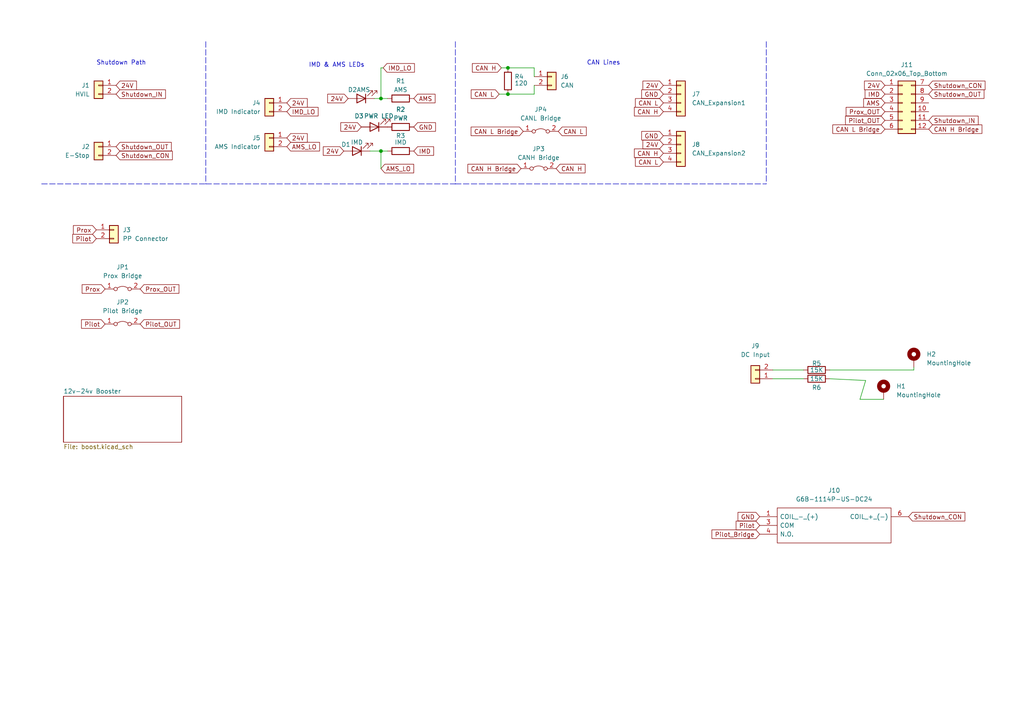
<source format=kicad_sch>
(kicad_sch (version 20211123) (generator eeschema)
  (paper "A4")
  (lib_symbols
    (symbol "Connector_Generic:Conn_01x02" (pin_names (offset 1.016) hide)
      (property "Reference" "J" (at 0 2.54 0))
      (property "Value" "Conn_01x02" (at 0 -5.08 0))
      (symbol "Conn_01x02_1_1"
        (rectangle (start -1.27 -2.413) (end 0 -2.667) (stroke (width 0.1524)))
        (rectangle (start -1.27 0.127) (end 0 -0.127) (stroke (width 0.1524)))
        (rectangle (start -1.27 1.27) (end 1.27 -3.81) (stroke (width 0.254)) (fill (type background)))
        (pin passive line (at -5.08 0 0) (length 3.81) (name "Pin_1") (number "1"))
        (pin passive line (at -5.08 -2.54 0) (length 3.81) (name "Pin_2") (number "2"))
      )
    )
    (symbol "Connector_Generic:Conn_01x04" (pin_names (offset 1.016) hide)
      (property "Reference" "J" (at 0 5.08 0))
      (property "Value" "Conn_01x04" (at 0 -7.62 0))
      (symbol "Conn_01x04_1_1"
        (rectangle (start -1.27 -4.953) (end 0 -5.207) (stroke (width 0.1524)))
        (rectangle (start -1.27 -2.413) (end 0 -2.667) (stroke (width 0.1524)))
        (rectangle (start -1.27 0.127) (end 0 -0.127) (stroke (width 0.1524)))
        (rectangle (start -1.27 2.667) (end 0 2.413) (stroke (width 0.1524)))
        (rectangle (start -1.27 3.81) (end 1.27 -6.35) (stroke (width 0.254)) (fill (type background)))
        (pin passive line (at -5.08 2.54 0) (length 3.81) (name "Pin_1") (number "1"))
        (pin passive line (at -5.08 0 0) (length 3.81) (name "Pin_2") (number "2"))
        (pin passive line (at -5.08 -2.54 0) (length 3.81) (name "Pin_3") (number "3"))
        (pin passive line (at -5.08 -5.08 0) (length 3.81) (name "Pin_4") (number "4"))
      )
    )
    (symbol "Connector_Generic:Conn_02x06_Top_Bottom" (pin_names (offset 1.016) hide)
      (property "Reference" "J" (at 1.27 7.62 0))
      (property "Value" "Conn_02x06_Top_Bottom" (at 1.27 -10.16 0))
      (symbol "Conn_02x06_Top_Bottom_1_1"
        (rectangle (start -1.27 -7.493) (end 0 -7.747) (stroke (width 0.1524)))
        (rectangle (start -1.27 -4.953) (end 0 -5.207) (stroke (width 0.1524)))
        (rectangle (start -1.27 -2.413) (end 0 -2.667) (stroke (width 0.1524)))
        (rectangle (start -1.27 0.127) (end 0 -0.127) (stroke (width 0.1524)))
        (rectangle (start -1.27 2.667) (end 0 2.413) (stroke (width 0.1524)))
        (rectangle (start -1.27 5.207) (end 0 4.953) (stroke (width 0.1524)))
        (rectangle (start -1.27 6.35) (end 3.81 -8.89) (stroke (width 0.254)) (fill (type background)))
        (rectangle (start 3.81 -7.493) (end 2.54 -7.747) (stroke (width 0.1524)))
        (rectangle (start 3.81 -4.953) (end 2.54 -5.207) (stroke (width 0.1524)))
        (rectangle (start 3.81 -2.413) (end 2.54 -2.667) (stroke (width 0.1524)))
        (rectangle (start 3.81 0.127) (end 2.54 -0.127) (stroke (width 0.1524)))
        (rectangle (start 3.81 2.667) (end 2.54 2.413) (stroke (width 0.1524)))
        (rectangle (start 3.81 5.207) (end 2.54 4.953) (stroke (width 0.1524)))
        (pin passive line (at -5.08 5.08 0) (length 3.81) (name "Pin_1") (number "1"))
        (pin passive line (at 7.62 -2.54 180) (length 3.81) (name "Pin_10") (number "10"))
        (pin passive line (at 7.62 -5.08 180) (length 3.81) (name "Pin_11") (number "11"))
        (pin passive line (at 7.62 -7.62 180) (length 3.81) (name "Pin_12") (number "12"))
        (pin passive line (at -5.08 2.54 0) (length 3.81) (name "Pin_2") (number "2"))
        (pin passive line (at -5.08 0 0) (length 3.81) (name "Pin_3") (number "3"))
        (pin passive line (at -5.08 -2.54 0) (length 3.81) (name "Pin_4") (number "4"))
        (pin passive line (at -5.08 -5.08 0) (length 3.81) (name "Pin_5") (number "5"))
        (pin passive line (at -5.08 -7.62 0) (length 3.81) (name "Pin_6") (number "6"))
        (pin passive line (at 7.62 5.08 180) (length 3.81) (name "Pin_7") (number "7"))
        (pin passive line (at 7.62 2.54 180) (length 3.81) (name "Pin_8") (number "8"))
        (pin passive line (at 7.62 0 180) (length 3.81) (name "Pin_9") (number "9"))
      )
    )
    (symbol "Custom:G6B-1114P-US-DC24" (pin_names (offset 0.762))
      (property "Reference" "J" (at 39.37 7.62 0))
      (property "Value" "G6B-1114P-US-DC24" (at 39.37 5.08 0))
      (symbol "G6B-1114P-US-DC24_0_0"
        (pin passive line (at 0 0 0) (length 5.08) (name "COIL_-_(+)") (number "1"))
        (pin passive line (at 0 -2.54 0) (length 5.08) (name "COM") (number "3"))
        (pin passive line (at 0 -5.08 0) (length 5.08) (name "N.O.") (number "4"))
        (pin passive line (at 43.18 0 180) (length 5.08) (name "COIL_+_(-)") (number "6"))
      )
      (symbol "G6B-1114P-US-DC24_0_1"
        (polyline (pts (xy 5.08 2.54) (xy 38.1 2.54) (xy 38.1 -7.62) (xy 5.08 -7.62) (xy 5.08 2.54)) (stroke (width 0.1524)))
      )
    )
    (symbol "Device:LED" (pin_numbers hide) (pin_names (offset 1.016) hide)
      (property "Reference" "D" (at 0 2.54 0))
      (property "Value" "LED" (at 0 -2.54 0))
      (symbol "LED_0_1"
        (polyline (pts (xy -1.27 -1.27) (xy -1.27 1.27)) (stroke (width 0.254)))
        (polyline (pts (xy -1.27 0) (xy 1.27 0)))
        (polyline (pts (xy 1.27 -1.27) (xy 1.27 1.27) (xy -1.27 0) (xy 1.27 -1.27)) (stroke (width 0.254)))
        (polyline (pts (xy -3.048 -0.762) (xy -4.572 -2.286) (xy -3.81 -2.286) (xy -4.572 -2.286) (xy -4.572 -1.524)))
        (polyline (pts (xy -1.778 -0.762) (xy -3.302 -2.286) (xy -2.54 -2.286) (xy -3.302 -2.286) (xy -3.302 -1.524)))
      )
      (symbol "LED_1_1"
        (pin passive line (at -3.81 0 0) (length 2.54) (name "K") (number "1"))
        (pin passive line (at 3.81 0 180) (length 2.54) (name "A") (number "2"))
      )
    )
    (symbol "Device:R" (pin_numbers hide) (pin_names (offset 0))
      (property "Reference" "R" (at 2.032 0 90))
      (property "Value" "R" (at 0 0 90))
      (symbol "R_0_1"
        (rectangle (start -1.016 -2.54) (end 1.016 2.54) (stroke (width 0.254)))
      )
      (symbol "R_1_1"
        (pin passive line (at 0 3.81 270) (length 1.27) (name "~") (number "1"))
        (pin passive line (at 0 -3.81 90) (length 1.27) (name "~") (number "2"))
      )
    )
    (symbol "Jumper:Jumper_2_Bridged" (pin_names (offset 0) hide)
      (property "Reference" "JP" (at 0 1.905 0))
      (property "Value" "Jumper_2_Bridged" (at 0 -2.54 0))
      (symbol "Jumper_2_Bridged_0_0"
        (circle (center -2.032 0) (radius 0.508))
        (circle (center 2.032 0) (radius 0.508))
      )
      (symbol "Jumper_2_Bridged_0_1"
        (arc (start 1.524 0.254) (mid 0 0.762) (end -1.524 0.254))
      )
      (symbol "Jumper_2_Bridged_1_1"
        (pin passive line (at -5.08 0 0) (length 2.54) (name "A") (number "1"))
        (pin passive line (at 5.08 0 180) (length 2.54) (name "B") (number "2"))
      )
    )
    (symbol "Mechanical:MountingHole_Pad" (pin_numbers hide) (pin_names (offset 1.016) hide)
      (property "Reference" "H" (at 0 6.35 0))
      (property "Value" "MountingHole_Pad" (at 0 4.445 0))
      (symbol "MountingHole_Pad_0_1"
        (circle (center 0 1.27) (radius 1.27) (stroke (width 1.27)))
      )
      (symbol "MountingHole_Pad_1_1"
        (pin input line (at 0 -2.54 90) (length 2.54) (name "1") (number "1"))
      )
    )
  )
  (junction (at 147.32 19.685))
  (junction (at 110.49 43.815))
  (junction (at 147.32 27.305))
  (junction (at 110.49 28.575))
  (wire (pts (xy 265.049 107.315) (xy 265.049 106.553)))
  (wire (pts (xy 256.286 115.824) (xy 249.428 115.824)))
  (wire (pts (xy 154.94 19.685) (xy 154.94 22.225)))
  (wire (pts (xy 147.32 19.685) (xy 154.94 19.685)))
  (polyline (pts (xy 12.065 53.34) (xy 59.69 53.34)))
  (wire (pts (xy 145.415 19.685) (xy 147.32 19.685)))
  (wire (pts (xy 107.315 43.815) (xy 110.49 43.815)))
  (wire (pts (xy 110.49 19.685) (xy 110.49 28.575)))
  (wire (pts (xy 249.428 115.824) (xy 251.079 110.363)))
  (wire (pts (xy 111.125 19.685) (xy 110.49 19.685)))
  (wire (pts (xy 240.665 109.855) (xy 251.079 110.363)))
  (polyline (pts (xy 59.69 12.065) (xy 59.69 53.34)))
  (wire (pts (xy 110.49 43.815) (xy 110.49 48.895)))
  (wire (pts (xy 110.49 43.815) (xy 112.395 43.815)))
  (wire (pts (xy 154.94 27.305) (xy 147.32 27.305)))
  (polyline (pts (xy 132.08 53.34) (xy 222.25 53.34)))
  (wire (pts (xy 224.155 107.315) (xy 233.045 107.315)))
  (wire (pts (xy 144.78 27.305) (xy 147.32 27.305)))
  (wire (pts (xy 108.585 28.575) (xy 110.49 28.575)))
  (wire (pts (xy 154.94 24.765) (xy 154.94 27.305)))
  (polyline (pts (xy 59.69 53.34) (xy 132.08 53.34)))
  (wire (pts (xy 224.155 109.855) (xy 233.045 109.855)))
  (wire (pts (xy 240.665 107.315) (xy 265.049 107.315)))
  (polyline (pts (xy 132.08 12.065) (xy 132.08 53.34)))
  (polyline (pts (xy 222.25 12.065) (xy 222.25 53.34)))
  (wire (pts (xy 110.49 28.575) (xy 112.395 28.575)))
  (text "CAN Lines" (at 170.18 19.05 0) (effects (font (size 1.27 1.27)) (justify left bottom)))
  (text "IMD & AMS LEDs" (at 89.535 19.685 0) (effects (font (size 1.27 1.27)) (justify left bottom)))
  (text "Shutdown Path" (at 27.94 19.05 0) (effects (font (size 1.27 1.27)) (justify left bottom)))
  (global_label "24V" (shape input) (at 83.185 29.845 0) (property "Intersheet References" "${INTERSHEET_REFS}" (effects hide)))
  (global_label "Shutdown_OUT" (shape input) (at 33.655 42.545 0) (property "Intersheet References" "${INTERSHEET_REFS}" (effects hide)))
  (global_label "CAN L" (shape input) (at 144.78 27.305 180) (property "Intersheet References" "${INTERSHEET_REFS}" (effects hide)))
  (global_label "IMD_LO" (shape input) (at 83.185 32.385 0) (property "Intersheet References" "${INTERSHEET_REFS}" (effects hide)))
  (global_label "CAN H" (shape input) (at 192.405 32.385 180) (property "Intersheet References" "${INTERSHEET_REFS}" (effects hide)))
  (global_label "Pilot_OUT" (shape input) (at 256.667 34.925 180) (property "Intersheet References" "${INTERSHEET_REFS}" (effects hide)))
  (global_label "Pilot" (shape input) (at 30.48 93.98 180) (property "Intersheet References" "${INTERSHEET_REFS}" (effects hide)))
  (global_label "CAN L" (shape input) (at 192.405 46.99 180) (property "Intersheet References" "${INTERSHEET_REFS}" (effects hide)))
  (global_label "24V" (shape input) (at 256.667 24.765 180) (property "Intersheet References" "${INTERSHEET_REFS}" (effects hide)))
  (global_label "CAN L" (shape input) (at 161.925 38.1 0) (property "Intersheet References" "${INTERSHEET_REFS}" (effects hide)))
  (global_label "CAN H" (shape input) (at 192.405 44.45 180) (property "Intersheet References" "${INTERSHEET_REFS}" (effects hide)))
  (global_label "24V" (shape input) (at 192.405 24.765 180) (property "Intersheet References" "${INTERSHEET_REFS}" (effects hide)))
  (global_label "CAN L Bridge" (shape input) (at 151.765 38.1 180) (property "Intersheet References" "${INTERSHEET_REFS}" (effects hide)))
  (global_label "CAN L Bridge" (shape input) (at 256.667 37.465 180) (property "Intersheet References" "${INTERSHEET_REFS}" (effects hide)))
  (global_label "Shutdown_CON" (shape input) (at 263.525 149.86 0) (property "Intersheet References" "${INTERSHEET_REFS}" (effects hide)))
  (global_label "GND" (shape input) (at 120.015 36.83 0) (property "Intersheet References" "${INTERSHEET_REFS}" (effects hide)))
  (global_label "CAN L" (shape input) (at 192.405 29.845 180) (property "Intersheet References" "${INTERSHEET_REFS}" (effects hide)))
  (global_label "24V" (shape input) (at 192.405 41.91 180) (property "Intersheet References" "${INTERSHEET_REFS}" (effects hide)))
  (global_label "24V" (shape input) (at 104.775 36.83 180) (property "Intersheet References" "${INTERSHEET_REFS}" (effects hide)))
  (global_label "24V" (shape input) (at 100.965 28.575 180) (property "Intersheet References" "${INTERSHEET_REFS}" (effects hide)))
  (global_label "GND" (shape input) (at 220.345 149.86 180) (property "Intersheet References" "${INTERSHEET_REFS}" (effects hide)))
  (global_label "Prox" (shape input) (at 30.48 83.82 180) (property "Intersheet References" "${INTERSHEET_REFS}" (effects hide)))
  (global_label "Shutdown_IN" (shape input) (at 33.655 27.305 0) (property "Intersheet References" "${INTERSHEET_REFS}" (effects hide)))
  (global_label "Pilot_Bridge" (shape input) (at 220.345 154.94 180) (property "Intersheet References" "${INTERSHEET_REFS}" (effects hide)))
  (global_label "IMD_LO" (shape input) (at 111.125 19.685 0) (property "Intersheet References" "${INTERSHEET_REFS}" (effects hide)))
  (global_label "AMS_LO" (shape input) (at 83.185 42.545 0) (property "Intersheet References" "${INTERSHEET_REFS}" (effects hide)))
  (global_label "Prox" (shape input) (at 27.94 66.675 180) (property "Intersheet References" "${INTERSHEET_REFS}" (effects hide)))
  (global_label "Pilot_OUT" (shape input) (at 40.64 93.98 0) (property "Intersheet References" "${INTERSHEET_REFS}" (effects hide)))
  (global_label "AMS" (shape input) (at 120.015 28.575 0) (property "Intersheet References" "${INTERSHEET_REFS}" (effects hide)))
  (global_label "IMD" (shape input) (at 256.667 27.305 180) (property "Intersheet References" "${INTERSHEET_REFS}" (effects hide)))
  (global_label "CAN H" (shape input) (at 161.29 48.895 0) (property "Intersheet References" "${INTERSHEET_REFS}" (effects hide)))
  (global_label "CAN H Bridge" (shape input) (at 151.13 48.895 180) (property "Intersheet References" "${INTERSHEET_REFS}" (effects hide)))
  (global_label "GND" (shape input) (at 192.405 27.305 180) (property "Intersheet References" "${INTERSHEET_REFS}" (effects hide)))
  (global_label "Shutdown_OUT" (shape input) (at 269.367 27.305 0) (property "Intersheet References" "${INTERSHEET_REFS}" (effects hide)))
  (global_label "AMS" (shape input) (at 256.667 29.845 180) (property "Intersheet References" "${INTERSHEET_REFS}" (effects hide)))
  (global_label "CAN H" (shape input) (at 145.415 19.685 180) (property "Intersheet References" "${INTERSHEET_REFS}" (effects hide)))
  (global_label "Prox_OUT" (shape input) (at 256.667 32.385 180) (property "Intersheet References" "${INTERSHEET_REFS}" (effects hide)))
  (global_label "GND" (shape input) (at 192.405 39.37 180) (property "Intersheet References" "${INTERSHEET_REFS}" (effects hide)))
  (global_label "24V" (shape input) (at 33.655 24.765 0) (property "Intersheet References" "${INTERSHEET_REFS}" (effects hide)))
  (global_label "Shutdown_CON" (shape input) (at 269.367 24.765 0) (property "Intersheet References" "${INTERSHEET_REFS}" (effects hide)))
  (global_label "24V" (shape input) (at 83.185 40.005 0) (property "Intersheet References" "${INTERSHEET_REFS}" (effects hide)))
  (global_label "Shutdown_IN" (shape input) (at 269.367 34.925 0) (property "Intersheet References" "${INTERSHEET_REFS}" (effects hide)))
  (global_label "Pilot" (shape input) (at 220.345 152.4 180) (property "Intersheet References" "${INTERSHEET_REFS}" (effects hide)))
  (global_label "CAN H Bridge" (shape input) (at 269.367 37.465 0) (property "Intersheet References" "${INTERSHEET_REFS}" (effects hide)))
  (global_label "AMS_LO" (shape input) (at 110.49 48.895 0) (property "Intersheet References" "${INTERSHEET_REFS}" (effects hide)))
  (global_label "Pilot" (shape input) (at 27.94 69.215 180) (property "Intersheet References" "${INTERSHEET_REFS}" (effects hide)))
  (global_label "24V" (shape input) (at 99.695 43.815 180) (property "Intersheet References" "${INTERSHEET_REFS}" (effects hide)))
  (global_label "Prox_OUT" (shape input) (at 40.64 83.82 0) (property "Intersheet References" "${INTERSHEET_REFS}" (effects hide)))
  (global_label "IMD" (shape input) (at 120.015 43.815 0) (property "Intersheet References" "${INTERSHEET_REFS}" (effects hide)))
  (global_label "Shutdown_CON" (shape input) (at 33.655 45.085 0) (property "Intersheet References" "${INTERSHEET_REFS}" (effects hide)))
  (symbol (lib_id "Device:R") (at 116.205 43.815 90) (unit 1)
    (property "Reference" "R3" (at 116.205 39.37 90))
    (property "Value" "IMD" (at 116.205 41.275 90))
    (property "Footprint" "Resistor_SMD:R_0603_1608Metric" (effects hide))
  )
  (symbol (lib_id "Device:LED") (at 103.505 43.815 180) (unit 1)
    (property "Reference" "D1" (at 100.33 41.91 0))
    (property "Value" "IMD" (at 103.505 41.275 0))
    (property "Footprint" "LED_SMD:LED_0603_1608Metric" (effects hide))
  )
  (symbol (lib_id "Device:LED") (at 108.585 36.83 180) (unit 1)
    (property "Reference" "D3" (at 104.14 33.655 0))
    (property "Value" "PWR LED" (at 109.855 33.655 0))
    (property "Footprint" "LED_SMD:LED_0603_1608Metric" (effects hide))
  )
  (symbol (lib_id "Connector_Generic:Conn_01x02") (at 160.02 22.225 0) (unit 1)
    (property "Reference" "J6" (at 162.56 22.2249 0) (effects (justify left)))
    (property "Value" "CAN" (at 162.56 24.7649 0) (effects (justify left)))
    (property "Footprint" "Connector_Molex:Molex_Micro-Fit_3.0_43045-0212_2x01_P3.00mm_Vertical" (effects hide))
  )
  (symbol (lib_id "Connector_Generic:Conn_01x02") (at 78.105 29.845 0) (mirror y) (unit 1)
    (property "Reference" "J4" (at 75.565 29.8449 0) (effects (justify left)))
    (property "Value" "IMD Indicator" (at 75.565 32.3849 0) (effects (justify left)))
    (property "Footprint" "Connector_Molex:Molex_Micro-Fit_3.0_43045-0212_2x01_P3.00mm_Vertical" (effects hide))
  )
  (symbol (lib_id "Connector_Generic:Conn_01x02") (at 28.575 24.765 0) (mirror y) (unit 1)
    (property "Reference" "J1" (at 26.035 24.7649 0) (effects (justify left)))
    (property "Value" "HVIL" (at 26.035 27.3049 0) (effects (justify left)))
    (property "Footprint" "Connector_Molex:Molex_Micro-Fit_3.0_43045-0212_2x01_P3.00mm_Vertical" (effects hide))
  )
  (symbol (lib_id "Device:R") (at 236.855 109.855 270) (unit 1)
    (property "Reference" "R6" (at 236.855 112.395 90))
    (property "Value" "15K" (at 236.855 109.855 90))
    (property "Footprint" "SamacSys_Parts:RESC11050X120N" (effects hide))
  )
  (symbol (lib_id "Jumper:Jumper_2_Bridged") (at 156.21 48.895 0) (unit 1)
    (property "Reference" "JP3" (at 156.21 43.18 0))
    (property "Value" "CANH Bridge" (at 156.21 45.72 0))
    (property "Footprint" "Jumper:SolderJumper-2_P1.3mm_Open_Pad1.0x1.5mm" (effects hide))
  )
  (symbol (lib_id "Device:LED") (at 104.775 28.575 180) (unit 1)
    (property "Reference" "D2" (at 102.235 26.035 0))
    (property "Value" "AMS" (at 105.41 26.035 0))
    (property "Footprint" "LED_SMD:LED_0603_1608Metric" (effects hide))
  )
  (symbol (lib_id "Connector_Generic:Conn_01x02") (at 28.575 42.545 0) (mirror y) (unit 1)
    (property "Reference" "J2" (at 26.035 42.5449 0) (effects (justify left)))
    (property "Value" "E-Stop" (at 26.035 45.0849 0) (effects (justify left)))
    (property "Footprint" "Connector_Molex:Molex_Micro-Fit_3.0_43045-0212_2x01_P3.00mm_Vertical" (effects hide))
  )
  (symbol (lib_id "Device:R") (at 236.855 107.315 270) (unit 1)
    (property "Reference" "R5" (at 236.855 105.41 90))
    (property "Value" "15K" (at 236.855 107.315 90))
    (property "Footprint" "SamacSys_Parts:RESC11050X120N" (effects hide))
  )
  (symbol (lib_id "Jumper:Jumper_2_Bridged") (at 35.56 93.98 0) (unit 1)
    (property "Reference" "JP2" (at 35.56 87.63 0))
    (property "Value" "Pilot Bridge" (at 35.56 90.17 0))
    (property "Footprint" "Jumper:SolderJumper-2_P1.3mm_Open_Pad1.0x1.5mm" (effects hide))
  )
  (symbol (lib_id "Jumper:Jumper_2_Bridged") (at 156.845 38.1 0) (unit 1)
    (property "Reference" "JP4" (at 156.845 31.75 0))
    (property "Value" "CANL Bridge" (at 156.845 34.29 0))
    (property "Footprint" "Jumper:SolderJumper-2_P1.3mm_Open_Pad1.0x1.5mm" (effects hide))
  )
  (symbol (lib_id "Mechanical:MountingHole_Pad") (at 265.049 104.013 0) (unit 1)
    (property "Reference" "H2" (at 268.732 102.7429 0) (effects (justify left)))
    (property "Value" "MountingHole" (at 268.732 105.2829 0) (effects (justify left)))
  )
  (symbol (lib_id "Connector_Generic:Conn_01x02") (at 33.02 66.675 0) (unit 1)
    (property "Reference" "J3" (at 35.56 66.6749 0) (effects (justify left)))
    (property "Value" "PP Connector" (at 35.56 69.2149 0) (effects (justify left)))
    (property "Footprint" "Connector_Molex:Molex_Micro-Fit_3.0_43045-0212_2x01_P3.00mm_Vertical" (effects hide))
  )
  (symbol (lib_id "Connector_Generic:Conn_01x02") (at 78.105 40.005 0) (mirror y) (unit 1)
    (property "Reference" "J5" (at 75.565 40.0049 0) (effects (justify left)))
    (property "Value" "AMS Indicator" (at 75.565 42.5449 0) (effects (justify left)))
    (property "Footprint" "Connector_Molex:Molex_Micro-Fit_3.0_43045-0212_2x01_P3.00mm_Vertical" (effects hide))
  )
  (symbol (lib_id "Custom:G6B-1114P-US-DC24") (at 220.345 149.86 0) (unit 1)
    (property "Reference" "J10" (at 241.935 142.24 0))
    (property "Value" "G6B-1114P-US-DC24" (at 241.935 144.78 0))
    (property "Footprint" "G6B1114PUSDC24" (effects hide))
    (property "Description" "Relay; 5 A; 24 VDC; Electro-Mechanical; 3000 VAC; 1 Form A" (effects hide))
    (property "Height" "10" (effects hide))
    (property "Mouser Part Number" "653-G6B-1114P-DC24" (effects hide))
    (property "Mouser Price/Stock" "https://www.mouser.co.uk/ProductDetail/Omron-Electronics/G6B-1114P-US-DC24?qs=pWf36BUtxBj2o31P%2FlZVCQ%3D%3D" (effects hide))
    (property "Manufacturer_Name" "Omron Electronics" (effects hide))
    (property "Manufacturer_Part_Number" "G6B-1114P-US-DC24" (effects hide))
  )
  (symbol (lib_id "Connector_Generic:Conn_02x06_Top_Bottom") (at 261.747 29.845 0) (unit 1)
    (property "Reference" "J11" (at 263.017 18.796 0))
    (property "Value" "Conn_02x06_Top_Bottom" (at 263.017 21.336 0))
    (property "Footprint" "Connector_Molex:Molex_Micro-Fit_3.0_43045-1212_2x06_P3.00mm_Vertical" (effects hide))
  )
  (symbol (lib_id "Device:R") (at 116.205 36.83 90) (unit 1)
    (property "Reference" "R2" (at 116.205 31.75 90))
    (property "Value" "PWR" (at 116.205 34.29 90))
    (property "Footprint" "Resistor_SMD:R_0603_1608Metric" (effects hide))
  )
  (symbol (lib_id "Connector_Generic:Conn_01x04") (at 197.485 41.91 0) (unit 1)
    (property "Reference" "J8" (at 200.66 41.9099 0) (effects (justify left)))
    (property "Value" "CAN_Expansion2" (at 200.66 44.4499 0) (effects (justify left)))
    (property "Footprint" "Connector_Molex:Molex_Micro-Fit_3.0_43045-0412_2x02_P3.00mm_Vertical" (effects hide))
  )
  (symbol (lib_id "Jumper:Jumper_2_Bridged") (at 35.56 83.82 0) (unit 1)
    (property "Reference" "JP1" (at 35.56 77.47 0))
    (property "Value" "Prox Bridge" (at 35.56 80.01 0))
    (property "Footprint" "Jumper:SolderJumper-2_P1.3mm_Open_Pad1.0x1.5mm" (effects hide))
  )
  (symbol (lib_id "Device:R") (at 147.32 23.495 0) (unit 1)
    (property "Reference" "R4" (at 149.225 22.2249 0) (effects (justify left)))
    (property "Value" "120" (at 149.225 24.13 0) (effects (justify left)))
    (property "Footprint" "Resistor_SMD:R_0603_1608Metric" (effects hide))
  )
  (symbol (lib_id "Device:R") (at 116.205 28.575 90) (unit 1)
    (property "Reference" "R1" (at 116.205 23.495 90))
    (property "Value" "AMS" (at 116.205 26.035 90))
    (property "Footprint" "Resistor_SMD:R_0603_1608Metric" (effects hide))
  )
  (symbol (lib_id "Mechanical:MountingHole_Pad") (at 256.286 113.284 0) (unit 1)
    (property "Reference" "H1" (at 259.969 112.0139 0) (effects (justify left)))
    (property "Value" "MountingHole" (at 259.969 114.5539 0) (effects (justify left)))
  )
  (symbol (lib_id "Connector_Generic:Conn_01x02") (at 219.075 109.855 180) (unit 1)
    (property "Reference" "J9" (at 219.075 100.33 0))
    (property "Value" "DC Input" (at 219.075 102.87 0))
    (property "Footprint" "Connector_Molex:Molex_Micro-Fit_3.0_43045-0212_2x01_P3.00mm_Vertical" (effects hide))
  )
  (symbol (lib_id "Connector_Generic:Conn_01x04") (at 197.485 27.305 0) (unit 1)
    (property "Reference" "J7" (at 200.66 27.3049 0) (effects (justify left)))
    (property "Value" "CAN_Expansion1" (at 200.66 29.8449 0) (effects (justify left)))
    (property "Footprint" "Connector_Molex:Molex_Micro-Fit_3.0_43045-0412_2x02_P3.00mm_Vertical" (effects hide))
  )
  (sheet (at 18.415 114.935) (size 34.29 13.335) (stroke (width 0.1524))
    (property "Sheet name" "12v-24v Booster" (at 18.415 114.2234 0) (effects (justify left bottom)))
    (property "Sheet file" "boost.kicad_sch" (at 18.415 128.8546 0) (effects (justify left top)))
  )
)
</source>
